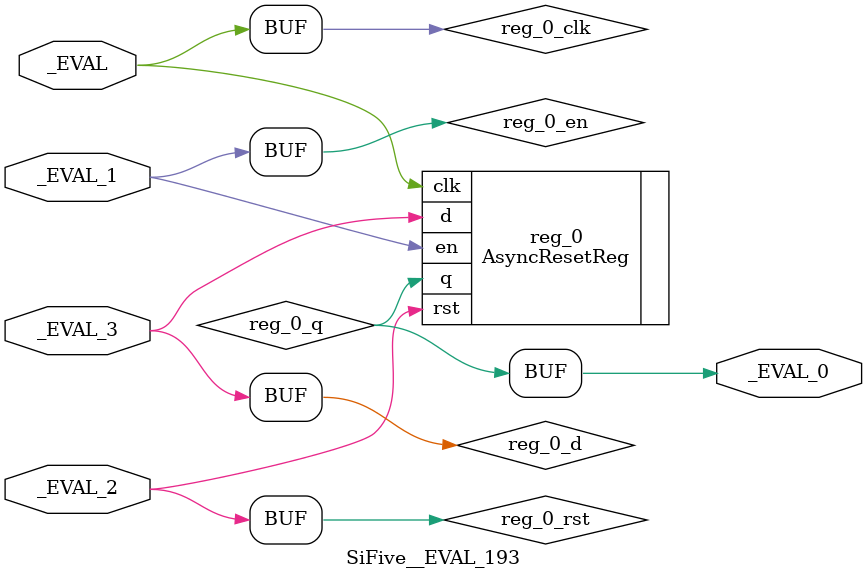
<source format=v>
module SiFive__EVAL_193(
  input   _EVAL,
  output  _EVAL_0,
  input   _EVAL_1,
  input   _EVAL_2,
  input   _EVAL_3
);
  wire  reg_0_d;
  wire  reg_0_q;
  wire  reg_0_en;
  wire  reg_0_clk;
  wire  reg_0_rst;
  AsyncResetReg #(.RESET_VALUE(0)) reg_0 (
    .d(reg_0_d),
    .q(reg_0_q),
    .en(reg_0_en),
    .clk(reg_0_clk),
    .rst(reg_0_rst)
  );
  assign reg_0_rst = _EVAL_2;
  assign reg_0_clk = _EVAL;
  assign reg_0_en = _EVAL_1;
  assign reg_0_d = _EVAL_3;
  assign _EVAL_0 = reg_0_q;
endmodule

</source>
